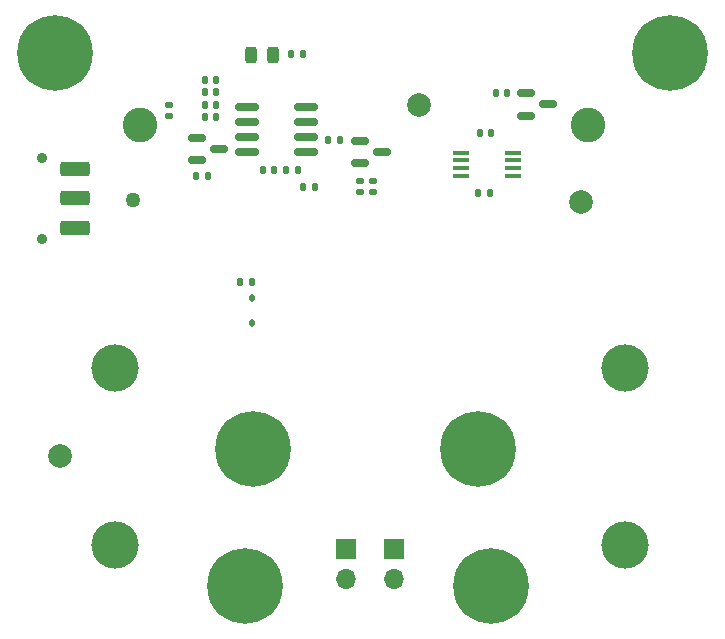
<source format=gbr>
%TF.GenerationSoftware,KiCad,Pcbnew,8.0.1*%
%TF.CreationDate,2024-04-22T08:31:39-07:00*%
%TF.ProjectId,milliohm_meter,6d696c6c-696f-4686-9d5f-6d657465722e,rev?*%
%TF.SameCoordinates,Original*%
%TF.FileFunction,Soldermask,Top*%
%TF.FilePolarity,Negative*%
%FSLAX46Y46*%
G04 Gerber Fmt 4.6, Leading zero omitted, Abs format (unit mm)*
G04 Created by KiCad (PCBNEW 8.0.1) date 2024-04-22 08:31:39*
%MOMM*%
%LPD*%
G01*
G04 APERTURE LIST*
G04 Aperture macros list*
%AMRoundRect*
0 Rectangle with rounded corners*
0 $1 Rounding radius*
0 $2 $3 $4 $5 $6 $7 $8 $9 X,Y pos of 4 corners*
0 Add a 4 corners polygon primitive as box body*
4,1,4,$2,$3,$4,$5,$6,$7,$8,$9,$2,$3,0*
0 Add four circle primitives for the rounded corners*
1,1,$1+$1,$2,$3*
1,1,$1+$1,$4,$5*
1,1,$1+$1,$6,$7*
1,1,$1+$1,$8,$9*
0 Add four rect primitives between the rounded corners*
20,1,$1+$1,$2,$3,$4,$5,0*
20,1,$1+$1,$4,$5,$6,$7,0*
20,1,$1+$1,$6,$7,$8,$9,0*
20,1,$1+$1,$8,$9,$2,$3,0*%
G04 Aperture macros list end*
%ADD10RoundRect,0.140000X-0.140000X-0.170000X0.140000X-0.170000X0.140000X0.170000X-0.140000X0.170000X0*%
%ADD11RoundRect,0.243750X-0.243750X-0.456250X0.243750X-0.456250X0.243750X0.456250X-0.243750X0.456250X0*%
%ADD12RoundRect,0.140000X0.140000X0.170000X-0.140000X0.170000X-0.140000X-0.170000X0.140000X-0.170000X0*%
%ADD13C,6.400000*%
%ADD14R,1.700000X1.700000*%
%ADD15O,1.700000X1.700000*%
%ADD16RoundRect,0.150000X-0.825000X-0.150000X0.825000X-0.150000X0.825000X0.150000X-0.825000X0.150000X0*%
%ADD17C,4.000000*%
%ADD18C,0.900000*%
%ADD19RoundRect,0.250000X-1.000000X0.375000X-1.000000X-0.375000X1.000000X-0.375000X1.000000X0.375000X0*%
%ADD20C,2.000000*%
%ADD21R,1.450000X0.450000*%
%ADD22RoundRect,0.140000X-0.170000X0.140000X-0.170000X-0.140000X0.170000X-0.140000X0.170000X0.140000X0*%
%ADD23RoundRect,0.135000X0.135000X0.185000X-0.135000X0.185000X-0.135000X-0.185000X0.135000X-0.185000X0*%
%ADD24RoundRect,0.150000X-0.587500X-0.150000X0.587500X-0.150000X0.587500X0.150000X-0.587500X0.150000X0*%
%ADD25RoundRect,0.112500X-0.112500X0.187500X-0.112500X-0.187500X0.112500X-0.187500X0.112500X0.187500X0*%
%ADD26RoundRect,0.140000X0.170000X-0.140000X0.170000X0.140000X-0.170000X0.140000X-0.170000X-0.140000X0*%
%ADD27C,1.270000*%
%ADD28C,2.940000*%
G04 APERTURE END LIST*
D10*
%TO.C,R13*%
X131777800Y-57251600D03*
X132737800Y-57251600D03*
%TD*%
D11*
%TO.C,D2*%
X128325400Y-57277000D03*
X130200400Y-57277000D03*
%TD*%
D10*
%TO.C,R4*%
X147729000Y-63881000D03*
X148689000Y-63881000D03*
%TD*%
D12*
%TO.C,R6*%
X125420000Y-61518800D03*
X124460000Y-61518800D03*
%TD*%
D13*
%TO.C,J8*%
X147574000Y-90678000D03*
%TD*%
D14*
%TO.C,J4*%
X136423000Y-99156200D03*
D15*
X136423000Y-101696200D03*
%TD*%
D16*
%TO.C,U2*%
X128016000Y-61722000D03*
X128016000Y-62992000D03*
X128016000Y-64262000D03*
X128016000Y-65532000D03*
X132966000Y-65532000D03*
X132966000Y-64262000D03*
X132966000Y-62992000D03*
X132966000Y-61722000D03*
%TD*%
D13*
%TO.C,H2*%
X163830000Y-57150000D03*
%TD*%
D17*
%TO.C,J2*%
X116840000Y-83820000D03*
%TD*%
D12*
%TO.C,R7*%
X124686000Y-67564000D03*
X123726000Y-67564000D03*
%TD*%
D18*
%TO.C,SW1*%
X110695200Y-66040000D03*
X110695200Y-72840000D03*
D19*
X113445200Y-66940000D03*
X113445200Y-69440000D03*
X113445200Y-71940000D03*
%TD*%
D12*
%TO.C,C1*%
X130302000Y-67056000D03*
X129342000Y-67056000D03*
%TD*%
%TO.C,C2*%
X148562000Y-68961000D03*
X147602000Y-68961000D03*
%TD*%
D20*
%TO.C,FID3*%
X112141000Y-91287600D03*
%TD*%
D21*
%TO.C,U3*%
X146136000Y-65573000D03*
X146136000Y-66223000D03*
X146136000Y-66873000D03*
X146136000Y-67523000D03*
X150536000Y-67523000D03*
X150536000Y-66873000D03*
X150536000Y-66223000D03*
X150536000Y-65573000D03*
%TD*%
D14*
%TO.C,J3*%
X140487000Y-99156200D03*
D15*
X140487000Y-101696200D03*
%TD*%
D13*
%TO.C,H4*%
X148640800Y-102260400D03*
%TD*%
D22*
%TO.C,R1*%
X137541000Y-67970400D03*
X137541000Y-68930400D03*
%TD*%
D23*
%TO.C,R3*%
X135890000Y-64516000D03*
X134870000Y-64516000D03*
%TD*%
%TO.C,R8*%
X133733000Y-68453000D03*
X132713000Y-68453000D03*
%TD*%
D12*
%TO.C,R5*%
X125420000Y-62585600D03*
X124460000Y-62585600D03*
%TD*%
%TO.C,C3*%
X132306000Y-67056000D03*
X131346000Y-67056000D03*
%TD*%
D24*
%TO.C,U1*%
X123776500Y-64328000D03*
X123776500Y-66228000D03*
X125651500Y-65278000D03*
%TD*%
%TO.C,Q1*%
X137571000Y-64582000D03*
X137571000Y-66482000D03*
X139446000Y-65532000D03*
%TD*%
D12*
%TO.C,R11*%
X125420000Y-60452000D03*
X124460000Y-60452000D03*
%TD*%
D20*
%TO.C,FID2*%
X142570200Y-61518800D03*
%TD*%
D12*
%TO.C,R12*%
X125420000Y-59385200D03*
X124460000Y-59385200D03*
%TD*%
D24*
%TO.C,Q2*%
X151591800Y-60543400D03*
X151591800Y-62443400D03*
X153466800Y-61493400D03*
%TD*%
D17*
%TO.C,J6*%
X160020000Y-98806000D03*
%TD*%
D25*
%TO.C,D1*%
X128447800Y-77918600D03*
X128447800Y-80018600D03*
%TD*%
D13*
%TO.C,J7*%
X128524000Y-90678000D03*
%TD*%
D10*
%TO.C,R10*%
X127459800Y-76555600D03*
X128419800Y-76555600D03*
%TD*%
D22*
%TO.C,R2*%
X138684000Y-67973000D03*
X138684000Y-68933000D03*
%TD*%
D17*
%TO.C,J5*%
X160020000Y-83820000D03*
%TD*%
D26*
%TO.C,R15*%
X121412000Y-62484000D03*
X121412000Y-61524000D03*
%TD*%
D13*
%TO.C,H1*%
X111760000Y-57150000D03*
%TD*%
D12*
%TO.C,R9*%
X150035200Y-60528200D03*
X149075200Y-60528200D03*
%TD*%
D20*
%TO.C,FID1*%
X156260800Y-69748400D03*
%TD*%
D17*
%TO.C,J1*%
X116840000Y-98806000D03*
%TD*%
D13*
%TO.C,H3*%
X127863600Y-102260400D03*
%TD*%
D27*
%TO.C,BAT1*%
X118357000Y-69616000D03*
D28*
X156922000Y-63246000D03*
X118952000Y-63246000D03*
%TD*%
M02*

</source>
